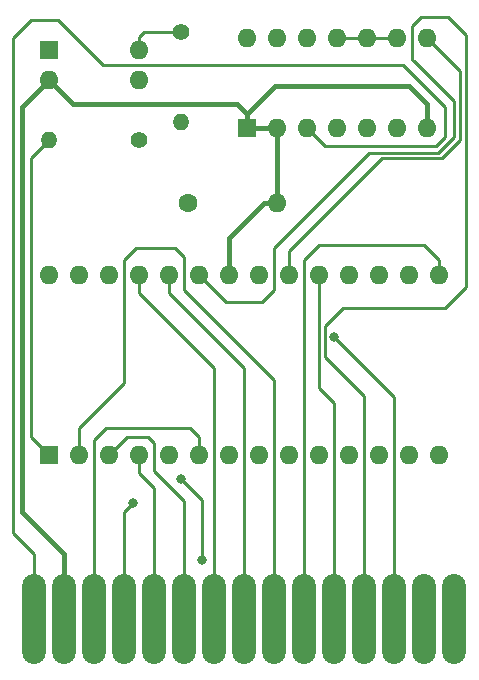
<source format=gbr>
G04 #@! TF.GenerationSoftware,KiCad,Pcbnew,(6.0.11)*
G04 #@! TF.CreationDate,2023-02-19T10:02:12-08:00*
G04 #@! TF.ProjectId,AtariCart,41746172-6943-4617-9274-2e6b69636164,rev?*
G04 #@! TF.SameCoordinates,Original*
G04 #@! TF.FileFunction,Copper,L2,Bot*
G04 #@! TF.FilePolarity,Positive*
%FSLAX46Y46*%
G04 Gerber Fmt 4.6, Leading zero omitted, Abs format (unit mm)*
G04 Created by KiCad (PCBNEW (6.0.11)) date 2023-02-19 10:02:12*
%MOMM*%
%LPD*%
G01*
G04 APERTURE LIST*
G04 Aperture macros list*
%AMRoundRect*
0 Rectangle with rounded corners*
0 $1 Rounding radius*
0 $2 $3 $4 $5 $6 $7 $8 $9 X,Y pos of 4 corners*
0 Add a 4 corners polygon primitive as box body*
4,1,4,$2,$3,$4,$5,$6,$7,$8,$9,$2,$3,0*
0 Add four circle primitives for the rounded corners*
1,1,$1+$1,$2,$3*
1,1,$1+$1,$4,$5*
1,1,$1+$1,$6,$7*
1,1,$1+$1,$8,$9*
0 Add four rect primitives between the rounded corners*
20,1,$1+$1,$2,$3,$4,$5,0*
20,1,$1+$1,$4,$5,$6,$7,0*
20,1,$1+$1,$6,$7,$8,$9,0*
20,1,$1+$1,$8,$9,$2,$3,0*%
G04 Aperture macros list end*
G04 #@! TA.AperFunction,ComponentPad*
%ADD10R,1.600000X1.600000*%
G04 #@! TD*
G04 #@! TA.AperFunction,ComponentPad*
%ADD11O,1.600000X1.600000*%
G04 #@! TD*
G04 #@! TA.AperFunction,ComponentPad*
%ADD12C,1.600000*%
G04 #@! TD*
G04 #@! TA.AperFunction,ComponentPad*
%ADD13C,1.400000*%
G04 #@! TD*
G04 #@! TA.AperFunction,ComponentPad*
%ADD14O,1.400000X1.400000*%
G04 #@! TD*
G04 #@! TA.AperFunction,SMDPad,CuDef*
%ADD15RoundRect,1.000000X0.000000X-2.810000X0.000000X-2.810000X0.000000X2.810000X0.000000X2.810000X0*%
G04 #@! TD*
G04 #@! TA.AperFunction,ViaPad*
%ADD16C,0.800000*%
G04 #@! TD*
G04 #@! TA.AperFunction,Conductor*
%ADD17C,0.250000*%
G04 #@! TD*
G04 #@! TA.AperFunction,Conductor*
%ADD18C,0.400000*%
G04 #@! TD*
G04 APERTURE END LIST*
D10*
X28956000Y-64262000D03*
D11*
X31496000Y-64262000D03*
X34036000Y-64262000D03*
X36576000Y-64262000D03*
X39116000Y-64262000D03*
X41656000Y-64262000D03*
X44196000Y-64262000D03*
X46736000Y-64262000D03*
X49276000Y-64262000D03*
X51816000Y-64262000D03*
X54356000Y-64262000D03*
X56896000Y-64262000D03*
X59436000Y-64262000D03*
X61976000Y-64262000D03*
X61976000Y-49022000D03*
X59436000Y-49022000D03*
X56896000Y-49022000D03*
X54356000Y-49022000D03*
X51816000Y-49022000D03*
X49276000Y-49022000D03*
X46736000Y-49022000D03*
X44196000Y-49022000D03*
X41656000Y-49022000D03*
X39116000Y-49022000D03*
X36576000Y-49022000D03*
X34036000Y-49022000D03*
X31496000Y-49022000D03*
X28956000Y-49022000D03*
D10*
X45720000Y-36576000D03*
D11*
X48260000Y-36576000D03*
X50800000Y-36576000D03*
X53340000Y-36576000D03*
X55880000Y-36576000D03*
X58420000Y-36576000D03*
X60960000Y-36576000D03*
X60960000Y-28956000D03*
X58420000Y-28956000D03*
X55880000Y-28956000D03*
X53340000Y-28956000D03*
X50800000Y-28956000D03*
X48260000Y-28956000D03*
X45720000Y-28956000D03*
D10*
X28956000Y-29972000D03*
D11*
X28956000Y-32512000D03*
X36576000Y-32512000D03*
X36576000Y-29972000D03*
D12*
X40767000Y-42926000D03*
D11*
X48267000Y-42926000D03*
D13*
X36576000Y-37592000D03*
D14*
X28956000Y-37592000D03*
D13*
X40132000Y-28448000D03*
D14*
X40132000Y-36068000D03*
D15*
X27686000Y-78105000D03*
X30226000Y-78105000D03*
X32766000Y-78105000D03*
X35306000Y-78105000D03*
X37846000Y-78105000D03*
X40386000Y-78105000D03*
X42926000Y-78105000D03*
X45466000Y-78105000D03*
X48006000Y-78105000D03*
X50546000Y-78105000D03*
X53086000Y-78105000D03*
X55626000Y-78105000D03*
X58166000Y-78105000D03*
X60706000Y-78105000D03*
X63246000Y-78105000D03*
D16*
X53103500Y-54248900D03*
X36068000Y-68326000D03*
X40132000Y-66294000D03*
X41910000Y-73152000D03*
D17*
X55880000Y-28956000D02*
X58420000Y-28956000D01*
X53340000Y-28956000D02*
X55880000Y-28956000D01*
X63754000Y-37592000D02*
X62230000Y-39116000D01*
X60960000Y-28956000D02*
X63754000Y-31750000D01*
X63754000Y-31750000D02*
X63754000Y-37592000D01*
X62230000Y-39116000D02*
X57150000Y-39116000D01*
X57150000Y-39116000D02*
X49276000Y-46990000D01*
X49276000Y-46990000D02*
X49276000Y-49022000D01*
X36576000Y-28840600D02*
X36968600Y-28448000D01*
X36576000Y-29972000D02*
X36576000Y-28840600D01*
X36968600Y-28448000D02*
X40132000Y-28448000D01*
X27432000Y-62738000D02*
X28956000Y-64262000D01*
X27432000Y-39116000D02*
X27432000Y-62738000D01*
X28956000Y-37592000D02*
X27432000Y-39116000D01*
D18*
X48076000Y-33020000D02*
X59436000Y-33020000D01*
X28956000Y-32512000D02*
X26670000Y-34798000D01*
X30226000Y-72644000D02*
X30226000Y-78105000D01*
X26670000Y-69088000D02*
X30226000Y-72644000D01*
X47135600Y-42926000D02*
X48267000Y-42926000D01*
X44196000Y-45865600D02*
X47135600Y-42926000D01*
X44888000Y-34544000D02*
X30988000Y-34544000D01*
X45720000Y-35376000D02*
X48076000Y-33020000D01*
X45720000Y-35376000D02*
X44888000Y-34544000D01*
X26670000Y-34798000D02*
X26670000Y-69088000D01*
X60960000Y-34544000D02*
X60960000Y-36576000D01*
X44196000Y-45865600D02*
X44196000Y-49022000D01*
X48260000Y-36576000D02*
X48260000Y-42919000D01*
X30988000Y-34544000D02*
X28956000Y-32512000D01*
X59436000Y-33020000D02*
X60960000Y-34544000D01*
X45720000Y-36576000D02*
X45720000Y-35376000D01*
X45720000Y-36576000D02*
X48260000Y-36576000D01*
X48260000Y-42919000D02*
X48267000Y-42926000D01*
D17*
X42926000Y-56896000D02*
X36576000Y-50546000D01*
X36576000Y-50546000D02*
X36576000Y-49022000D01*
X42926000Y-78105000D02*
X42926000Y-56896000D01*
X39116000Y-50546000D02*
X39116000Y-49022000D01*
X45466000Y-56896000D02*
X39116000Y-50546000D01*
X45466000Y-56896000D02*
X45466000Y-78105000D01*
X62484000Y-51816000D02*
X53848000Y-51816000D01*
X59824700Y-30868700D02*
X59690000Y-30734000D01*
X41656000Y-49022000D02*
X43942000Y-51308000D01*
X59832600Y-30868700D02*
X59824700Y-30868700D01*
X60452000Y-27178000D02*
X62738000Y-27178000D01*
X63246000Y-34290000D02*
X62738000Y-33782000D01*
X52324000Y-53340000D02*
X52324000Y-55976400D01*
X62738000Y-27178000D02*
X64262000Y-28702000D01*
X52324000Y-55976400D02*
X55626000Y-59278400D01*
X55626000Y-59278400D02*
X55626000Y-78105000D01*
X53848000Y-51816000D02*
X52324000Y-53340000D01*
X62641000Y-33677100D02*
X59832600Y-30868700D01*
X56076011Y-38665989D02*
X61918011Y-38665989D01*
X59690000Y-27940000D02*
X60452000Y-27178000D01*
X48006000Y-50292000D02*
X48006000Y-46736000D01*
X59690000Y-30734000D02*
X59690000Y-27940000D01*
X64262000Y-28702000D02*
X64262000Y-50038000D01*
X43942000Y-51308000D02*
X46990000Y-51308000D01*
X46990000Y-51308000D02*
X48006000Y-50292000D01*
X48006000Y-46736000D02*
X56076011Y-38665989D01*
X61918011Y-38665989D02*
X63246000Y-37338000D01*
X64262000Y-50038000D02*
X62484000Y-51816000D01*
X63246000Y-37338000D02*
X63246000Y-34290000D01*
X62738000Y-33782000D02*
X62641000Y-33677100D01*
X58166000Y-78105000D02*
X58166000Y-59311400D01*
X58166000Y-59311400D02*
X53103500Y-54248900D01*
X32766000Y-78105000D02*
X32766000Y-62992000D01*
X40894000Y-61976000D02*
X41656000Y-62738000D01*
X33782000Y-61976000D02*
X40894000Y-61976000D01*
X32766000Y-62992000D02*
X33782000Y-61976000D01*
X41656000Y-62738000D02*
X41656000Y-64262000D01*
X53086000Y-59873900D02*
X53086000Y-78105000D01*
X51816000Y-50147300D02*
X51816000Y-58603900D01*
X51816000Y-58603900D02*
X53086000Y-59873900D01*
X51816000Y-49022000D02*
X51816000Y-50147300D01*
X36068000Y-68326000D02*
X35306000Y-69088000D01*
X35306000Y-69088000D02*
X35306000Y-69859500D01*
X35306000Y-69859500D02*
X35306000Y-78105000D01*
X37846000Y-67056000D02*
X36576000Y-65786000D01*
X37846000Y-78105000D02*
X37846000Y-67056000D01*
X36576000Y-65786000D02*
X36576000Y-65387300D01*
X36576000Y-65387300D02*
X36576000Y-64262000D01*
X37846000Y-63246000D02*
X37846000Y-65585000D01*
X37846000Y-65585000D02*
X40386000Y-68125000D01*
X34036000Y-64262000D02*
X35560000Y-62738000D01*
X35560000Y-62738000D02*
X37338000Y-62738000D01*
X40386000Y-68125000D02*
X40386000Y-78105000D01*
X37338000Y-62738000D02*
X37846000Y-63246000D01*
X41910000Y-68072000D02*
X41910000Y-73152000D01*
X40132000Y-66294000D02*
X41910000Y-68072000D01*
X40386000Y-50292000D02*
X48006000Y-57912000D01*
X40386000Y-47498000D02*
X40386000Y-50292000D01*
X39624000Y-46736000D02*
X40386000Y-47498000D01*
X31496000Y-64262000D02*
X31496000Y-61976000D01*
X36322000Y-46736000D02*
X39624000Y-46736000D01*
X31496000Y-61976000D02*
X35306000Y-58166000D01*
X35306000Y-58166000D02*
X35306000Y-47752000D01*
X35306000Y-47752000D02*
X36322000Y-46736000D01*
X48006000Y-57912000D02*
X48006000Y-78105000D01*
X61976000Y-47752000D02*
X61976000Y-49022000D01*
X51816000Y-46482000D02*
X60706000Y-46482000D01*
X50546000Y-47752000D02*
X51816000Y-46482000D01*
X60706000Y-46482000D02*
X61976000Y-47752000D01*
X50546000Y-78105000D02*
X50546000Y-47752000D01*
X62484000Y-37338000D02*
X62484000Y-34798000D01*
X61722000Y-38100000D02*
X62484000Y-37338000D01*
X50800000Y-36576000D02*
X52324000Y-38100000D01*
X33551200Y-31242000D02*
X31105800Y-28796600D01*
X25908000Y-70866000D02*
X27686000Y-72644000D01*
X25908000Y-28956000D02*
X25908000Y-70866000D01*
X27432000Y-27432000D02*
X25908000Y-28956000D01*
X58928000Y-31242000D02*
X33551200Y-31242000D01*
X31082600Y-28796600D02*
X29718000Y-27432000D01*
X31105800Y-28796600D02*
X31082600Y-28796600D01*
X52324000Y-38100000D02*
X61722000Y-38100000D01*
X29718000Y-27432000D02*
X27432000Y-27432000D01*
X27686000Y-72644000D02*
X27686000Y-78105000D01*
X62484000Y-34798000D02*
X58928000Y-31242000D01*
M02*

</source>
